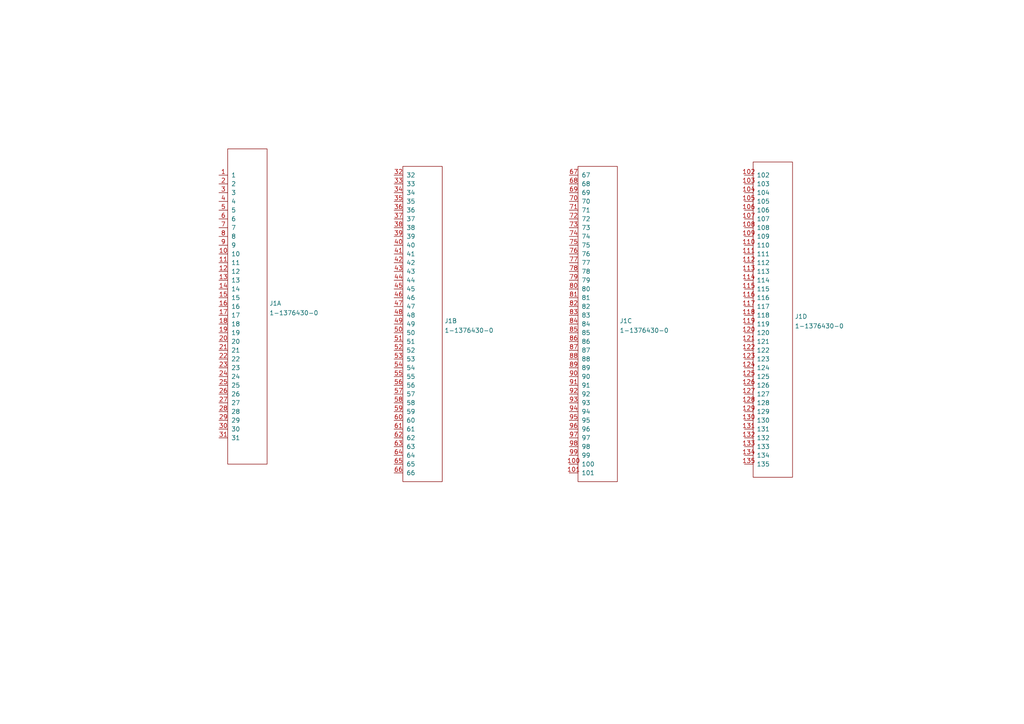
<source format=kicad_sch>
(kicad_sch (version 20210621) (generator eeschema)
  (paper "A4")
  (lib_symbols
    (symbol "rusefi_1-1376430-0_135pin:1-1376430-0" (pin_names (offset 1.016))
      (property "Reference" "J" (at -3.81 43.18 0))
      (property "Value" "1-1376430-0" (at -15.24 44.45 0))
      (symbol "1-1376430-0_0_1"
        (rectangle (start 0 45.72) (end 11.43 -45.72))
      )
      (symbol "1-1376430-0_1_1"
        (pin input line (at -2.54 38.1 0) (length 2.54) (name "1") (number "1"))
        (pin input line (at -2.54 15.24 0) (length 2.54) (name "10") (number "10"))
        (pin input line (at -2.54 12.7 0) (length 2.54) (name "11") (number "11"))
        (pin input line (at -2.54 10.16 0) (length 2.54) (name "12") (number "12"))
        (pin input line (at -2.54 7.62 0) (length 2.54) (name "13") (number "13"))
        (pin input line (at -2.54 5.08 0) (length 2.54) (name "14") (number "14"))
        (pin input line (at -2.54 2.54 0) (length 2.54) (name "15") (number "15"))
        (pin input line (at -2.54 0 0) (length 2.54) (name "16") (number "16"))
        (pin input line (at -2.54 -2.54 0) (length 2.54) (name "17") (number "17"))
        (pin input line (at -2.54 -5.08 0) (length 2.54) (name "18") (number "18"))
        (pin input line (at -2.54 -7.62 0) (length 2.54) (name "19") (number "19"))
        (pin input line (at -2.54 35.56 0) (length 2.54) (name "2") (number "2"))
        (pin input line (at -2.54 -10.16 0) (length 2.54) (name "20") (number "20"))
        (pin input line (at -2.54 -12.7 0) (length 2.54) (name "21") (number "21"))
        (pin input line (at -2.54 -15.24 0) (length 2.54) (name "22") (number "22"))
        (pin input line (at -2.54 -17.78 0) (length 2.54) (name "23") (number "23"))
        (pin input line (at -2.54 -20.32 0) (length 2.54) (name "24") (number "24"))
        (pin input line (at -2.54 -22.86 0) (length 2.54) (name "25") (number "25"))
        (pin input line (at -2.54 -25.4 0) (length 2.54) (name "26") (number "26"))
        (pin input line (at -2.54 -27.94 0) (length 2.54) (name "27") (number "27"))
        (pin input line (at -2.54 -30.48 0) (length 2.54) (name "28") (number "28"))
        (pin input line (at -2.54 -33.02 0) (length 2.54) (name "29") (number "29"))
        (pin input line (at -2.54 33.02 0) (length 2.54) (name "3") (number "3"))
        (pin input line (at -2.54 -35.56 0) (length 2.54) (name "30") (number "30"))
        (pin input line (at -2.54 -38.1 0) (length 2.54) (name "31") (number "31"))
        (pin input line (at -2.54 30.48 0) (length 2.54) (name "4") (number "4"))
        (pin input line (at -2.54 27.94 0) (length 2.54) (name "5") (number "5"))
        (pin input line (at -2.54 25.4 0) (length 2.54) (name "6") (number "6"))
        (pin input line (at -2.54 22.86 0) (length 2.54) (name "7") (number "7"))
        (pin input line (at -2.54 20.32 0) (length 2.54) (name "8") (number "8"))
        (pin input line (at -2.54 17.78 0) (length 2.54) (name "9") (number "9"))
      )
      (symbol "1-1376430-0_2_1"
        (pin input line (at -2.54 43.18 0) (length 2.54) (name "32") (number "32"))
        (pin input line (at -2.54 40.64 0) (length 2.54) (name "33") (number "33"))
        (pin input line (at -2.54 38.1 0) (length 2.54) (name "34") (number "34"))
        (pin input line (at -2.54 35.56 0) (length 2.54) (name "35") (number "35"))
        (pin input line (at -2.54 33.02 0) (length 2.54) (name "36") (number "36"))
        (pin input line (at -2.54 30.48 0) (length 2.54) (name "37") (number "37"))
        (pin input line (at -2.54 27.94 0) (length 2.54) (name "38") (number "38"))
        (pin input line (at -2.54 25.4 0) (length 2.54) (name "39") (number "39"))
        (pin input line (at -2.54 22.86 0) (length 2.54) (name "40") (number "40"))
        (pin input line (at -2.54 20.32 0) (length 2.54) (name "41") (number "41"))
        (pin input line (at -2.54 17.78 0) (length 2.54) (name "42") (number "42"))
        (pin input line (at -2.54 15.24 0) (length 2.54) (name "43") (number "43"))
        (pin input line (at -2.54 12.7 0) (length 2.54) (name "44") (number "44"))
        (pin input line (at -2.54 10.16 0) (length 2.54) (name "45") (number "45"))
        (pin input line (at -2.54 7.62 0) (length 2.54) (name "46") (number "46"))
        (pin input line (at -2.54 5.08 0) (length 2.54) (name "47") (number "47"))
        (pin input line (at -2.54 2.54 0) (length 2.54) (name "48") (number "48"))
        (pin input line (at -2.54 0 0) (length 2.54) (name "49") (number "49"))
        (pin input line (at -2.54 -2.54 0) (length 2.54) (name "50") (number "50"))
        (pin input line (at -2.54 -5.08 0) (length 2.54) (name "51") (number "51"))
        (pin input line (at -2.54 -7.62 0) (length 2.54) (name "52") (number "52"))
        (pin input line (at -2.54 -10.16 0) (length 2.54) (name "53") (number "53"))
        (pin input line (at -2.54 -12.7 0) (length 2.54) (name "54") (number "54"))
        (pin input line (at -2.54 -15.24 0) (length 2.54) (name "55") (number "55"))
        (pin input line (at -2.54 -17.78 0) (length 2.54) (name "56") (number "56"))
        (pin input line (at -2.54 -20.32 0) (length 2.54) (name "57") (number "57"))
        (pin input line (at -2.54 -22.86 0) (length 2.54) (name "58") (number "58"))
        (pin input line (at -2.54 -25.4 0) (length 2.54) (name "59") (number "59"))
        (pin input line (at -2.54 -27.94 0) (length 2.54) (name "60") (number "60"))
        (pin input line (at -2.54 -30.48 0) (length 2.54) (name "61") (number "61"))
        (pin input line (at -2.54 -33.02 0) (length 2.54) (name "62") (number "62"))
        (pin input line (at -2.54 -35.56 0) (length 2.54) (name "63") (number "63"))
        (pin input line (at -2.54 -38.1 0) (length 2.54) (name "64") (number "64"))
        (pin input line (at -2.54 -40.64 0) (length 2.54) (name "65") (number "65"))
        (pin input line (at -2.54 -43.18 0) (length 2.54) (name "66") (number "66"))
      )
      (symbol "1-1376430-0_3_1"
        (pin input line (at -2.54 -40.64 0) (length 2.54) (name "100") (number "100"))
        (pin input line (at -2.54 -43.18 0) (length 2.54) (name "101") (number "101"))
        (pin input line (at -2.54 43.18 0) (length 2.54) (name "67") (number "67"))
        (pin input line (at -2.54 40.64 0) (length 2.54) (name "68") (number "68"))
        (pin input line (at -2.54 38.1 0) (length 2.54) (name "69") (number "69"))
        (pin input line (at -2.54 35.56 0) (length 2.54) (name "70") (number "70"))
        (pin input line (at -2.54 33.02 0) (length 2.54) (name "71") (number "71"))
        (pin input line (at -2.54 30.48 0) (length 2.54) (name "72") (number "72"))
        (pin input line (at -2.54 27.94 0) (length 2.54) (name "73") (number "73"))
        (pin input line (at -2.54 25.4 0) (length 2.54) (name "74") (number "74"))
        (pin input line (at -2.54 22.86 0) (length 2.54) (name "75") (number "75"))
        (pin input line (at -2.54 20.32 0) (length 2.54) (name "76") (number "76"))
        (pin input line (at -2.54 17.78 0) (length 2.54) (name "77") (number "77"))
        (pin input line (at -2.54 15.24 0) (length 2.54) (name "78") (number "78"))
        (pin input line (at -2.54 12.7 0) (length 2.54) (name "79") (number "79"))
        (pin input line (at -2.54 10.16 0) (length 2.54) (name "80") (number "80"))
        (pin input line (at -2.54 7.62 0) (length 2.54) (name "81") (number "81"))
        (pin input line (at -2.54 5.08 0) (length 2.54) (name "82") (number "82"))
        (pin input line (at -2.54 2.54 0) (length 2.54) (name "83") (number "83"))
        (pin input line (at -2.54 0 0) (length 2.54) (name "84") (number "84"))
        (pin input line (at -2.54 -2.54 0) (length 2.54) (name "85") (number "85"))
        (pin input line (at -2.54 -5.08 0) (length 2.54) (name "86") (number "86"))
        (pin input line (at -2.54 -7.62 0) (length 2.54) (name "87") (number "87"))
        (pin input line (at -2.54 -10.16 0) (length 2.54) (name "88") (number "88"))
        (pin input line (at -2.54 -12.7 0) (length 2.54) (name "89") (number "89"))
        (pin input line (at -2.54 -15.24 0) (length 2.54) (name "90") (number "90"))
        (pin input line (at -2.54 -17.78 0) (length 2.54) (name "91") (number "91"))
        (pin input line (at -2.54 -20.32 0) (length 2.54) (name "92") (number "92"))
        (pin input line (at -2.54 -22.86 0) (length 2.54) (name "93") (number "93"))
        (pin input line (at -2.54 -25.4 0) (length 2.54) (name "94") (number "94"))
        (pin input line (at -2.54 -27.94 0) (length 2.54) (name "95") (number "95"))
        (pin input line (at -2.54 -30.48 0) (length 2.54) (name "96") (number "96"))
        (pin input line (at -2.54 -33.02 0) (length 2.54) (name "97") (number "97"))
        (pin input line (at -2.54 -35.56 0) (length 2.54) (name "98") (number "98"))
        (pin input line (at -2.54 -38.1 0) (length 2.54) (name "99") (number "99"))
      )
      (symbol "1-1376430-0_4_1"
        (pin input line (at -2.54 41.91 0) (length 2.54) (name "102") (number "102"))
        (pin input line (at -2.54 39.37 0) (length 2.54) (name "103") (number "103"))
        (pin input line (at -2.54 36.83 0) (length 2.54) (name "104") (number "104"))
        (pin input line (at -2.54 34.29 0) (length 2.54) (name "105") (number "105"))
        (pin input line (at -2.54 31.75 0) (length 2.54) (name "106") (number "106"))
        (pin input line (at -2.54 29.21 0) (length 2.54) (name "107") (number "107"))
        (pin input line (at -2.54 26.67 0) (length 2.54) (name "108") (number "108"))
        (pin input line (at -2.54 24.13 0) (length 2.54) (name "109") (number "109"))
        (pin input line (at -2.54 21.59 0) (length 2.54) (name "110") (number "110"))
        (pin input line (at -2.54 19.05 0) (length 2.54) (name "111") (number "111"))
        (pin input line (at -2.54 16.51 0) (length 2.54) (name "112") (number "112"))
        (pin input line (at -2.54 13.97 0) (length 2.54) (name "113") (number "113"))
        (pin input line (at -2.54 11.43 0) (length 2.54) (name "114") (number "114"))
        (pin input line (at -2.54 8.89 0) (length 2.54) (name "115") (number "115"))
        (pin input line (at -2.54 6.35 0) (length 2.54) (name "116") (number "116"))
        (pin input line (at -2.54 3.81 0) (length 2.54) (name "117") (number "117"))
        (pin input line (at -2.54 1.27 0) (length 2.54) (name "118") (number "118"))
        (pin input line (at -2.54 -1.27 0) (length 2.54) (name "119") (number "119"))
        (pin input line (at -2.54 -3.81 0) (length 2.54) (name "120") (number "120"))
        (pin input line (at -2.54 -6.35 0) (length 2.54) (name "121") (number "121"))
        (pin input line (at -2.54 -8.89 0) (length 2.54) (name "122") (number "122"))
        (pin input line (at -2.54 -11.43 0) (length 2.54) (name "123") (number "123"))
        (pin input line (at -2.54 -13.97 0) (length 2.54) (name "124") (number "124"))
        (pin input line (at -2.54 -16.51 0) (length 2.54) (name "125") (number "125"))
        (pin input line (at -2.54 -19.05 0) (length 2.54) (name "126") (number "126"))
        (pin input line (at -2.54 -21.59 0) (length 2.54) (name "127") (number "127"))
        (pin input line (at -2.54 -24.13 0) (length 2.54) (name "128") (number "128"))
        (pin input line (at -2.54 -26.67 0) (length 2.54) (name "129") (number "129"))
        (pin input line (at -2.54 -29.21 0) (length 2.54) (name "130") (number "130"))
        (pin input line (at -2.54 -31.75 0) (length 2.54) (name "131") (number "131"))
        (pin input line (at -2.54 -34.29 0) (length 2.54) (name "132") (number "132"))
        (pin input line (at -2.54 -36.83 0) (length 2.54) (name "133") (number "133"))
        (pin input line (at -2.54 -39.37 0) (length 2.54) (name "134") (number "134"))
        (pin input line (at -2.54 -41.91 0) (length 2.54) (name "135") (number "135"))
      )
    )
  )
  (symbol (lib_id "rusefi_1-1376430-0_135pin:1-1376430-0") (at 66.04 88.9 0) (unit 1)
    (property "Reference" "J1" (at 78.105 87.9915 0) (effects (justify left)))
    (property "Value" "1-1376430-0" (at 78.105 90.7666 0) (effects (justify left)))
    (property "Footprint" "1-1376430-0:1-1376430-0" (effects hide))
  )
  (symbol (lib_id "rusefi_1-1376430-0_135pin:1-1376430-0") (at 116.84 93.98 0) (unit 2)
    (property "Reference" "J1" (at 128.905 93.0715 0) (effects (justify left)))
    (property "Value" "1-1376430-0" (at 128.905 95.8466 0) (effects (justify left)))
    (property "Footprint" "1-1376430-0:1-1376430-0" (effects hide))
  )
  (symbol (lib_id "rusefi_1-1376430-0_135pin:1-1376430-0") (at 167.64 93.98 0) (unit 3)
    (property "Reference" "J1" (at 179.705 93.0715 0) (effects (justify left)))
    (property "Value" "1-1376430-0" (at 179.705 95.8466 0) (effects (justify left)))
    (property "Footprint" "1-1376430-0:1-1376430-0" (effects hide))
  )
  (symbol (lib_id "rusefi_1-1376430-0_135pin:1-1376430-0") (at 218.44 92.71 0) (unit 4)
    (property "Reference" "J1" (at 230.505 91.8015 0) (effects (justify left)))
    (property "Value" "1-1376430-0" (at 230.505 94.5766 0) (effects (justify left)))
    (property "Footprint" "1-1376430-0:1-1376430-0" (effects hide))
  )
)
</source>
